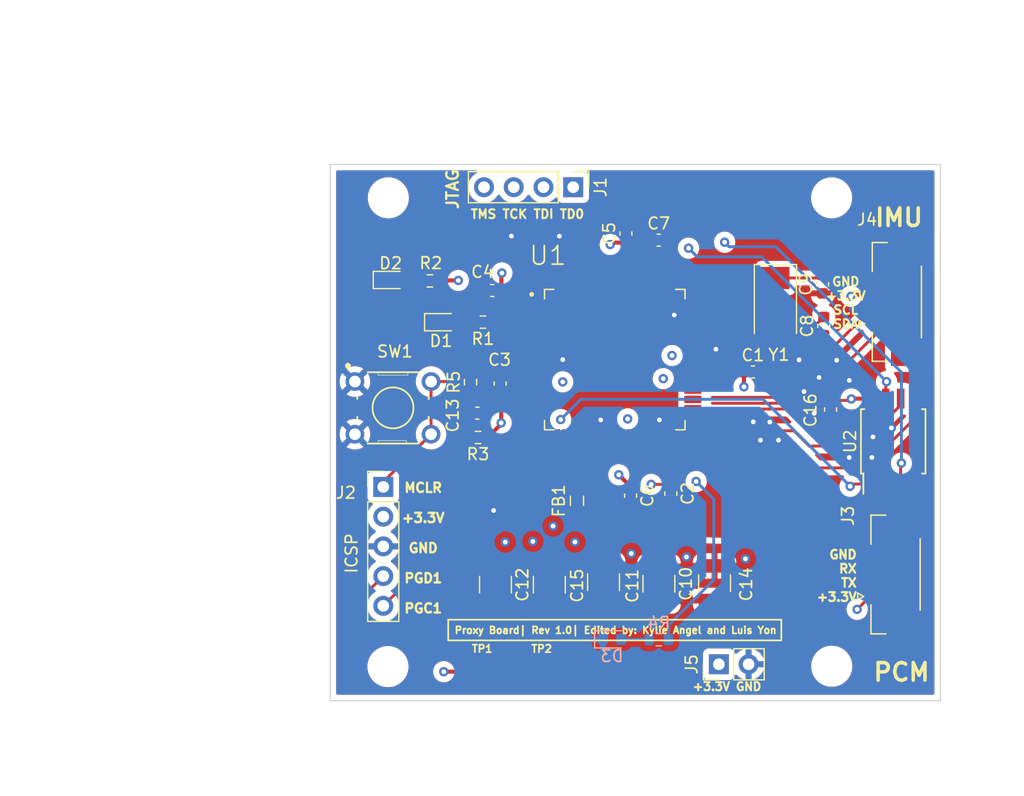
<source format=kicad_pcb>
(kicad_pcb (version 20211014) (generator pcbnew)
  (layers (0 "F.Cu" signal) (1 "In1.Cu" signal) (2 "In2.Cu" signal) (31 "B.Cu" signal) (34 "B.Paste" user) (35 "F.Paste" user) (36 "B.SilkS" user "B.Silkscreen") (37 "F.SilkS" user "F.Silkscreen") (38 "B.Mask" user) (39 "F.Mask" user) (44 "Edge.Cuts" user))
  (net 0 "")
  (net 1 "+3V3")
  (net 2 "GND")
  (net 3 "/PIC24/OSC1")
  (net 4 "/PIC24/OSC2")
  (net 5 "Net-(C7-Pad1)")
  (net 6 "Net-(D1-Pad2)")
  (net 7 "Net-(D2-Pad2)")
  (net 8 "+3.3VA")
  (net 9 "/PIC24/TCK")
  (net 10 "/PIC24/TDI")
  (net 11 "/PIC24/TMS")
  (net 12 "/PIC24/MCLR")
  (net 13 "/PIC24/RC1")
  (net 14 "MEM_CS")
  (net 15 "MEM_SDO")
  (net 16 "MEM_SDI")
  (net 17 "MEM_SCK")
  (net 34 "/PIC24/PGD1")
  (net 35 "/PIC24/PGC1")
  (net 53 "/PIC24/TX_Main")
  (net 54 "IMU_BT_SDA")
  (net 55 "IMU_BT_SCL")
  (net 74 "Net-(C13-Pad1)")
  (net 86 "RD1")
  (net 88 "/PIC24/RX_Main")
  (net 89 "Net-(D3-Pad2)")
  (net 90 "/PIC24/RF5")
  (net 91 "RD2")
  (net 94 "/PIC24/TD0")
  (net 95 "/PIC24/+3.3V")
  (footprint "Capacitor_SMD:C_0603_1608Metric" (layer "F.Cu") (at 134.99 82.69 90)
    (fp_text reference "C3" (at 2.03 -0.05 180) (layer "F.SilkS"))
    (fp_text value "100nF")
    (pad "1" smd roundrect (at -0.775 0 90) (size 0.9 0.95) (layers "F.Cu" "F.Paste" "F.Mask") (net 1 "+3V3"))
    (pad "2" smd roundrect (at 0.775 0 90) (size 0.9 0.95) (layers "F.Cu" "F.Paste" "F.Mask") (net 2 "GND"))
  )
  (footprint "Connector_PinHeader_2.54mm:PinHeader_1x02_P2.54mm_Vertical" (layer "F.Cu") (at 153.67 106.68 90)
    (fp_text reference "J5" (at 0 -2.33 90) (layer "F.SilkS"))
    (fp_text value "Conn_01x02")
    (pad "1" thru_hole rect (at 0 0 90) (size 1.7 1.7) (drill 1) (layers *.Cu *.Mask) (net 95 "/PIC24/+3.3V"))
    (pad "2" thru_hole oval (at 0 2.54 90) (size 1.7 1.7) (drill 1) (layers *.Cu *.Mask) (net 2 "GND"))
  )
  (footprint "MountingHole:MountingHole_2.5mm" (layer "F.Cu") (at 163.3 66.82)
    (fp_text reference "REF**")
    (fp_text value "MountingHole_2.5mm")
    (pad "" np_thru_hole circle (at 0 0) (size 2.5 2.5) (drill 2.5) (layers *.Cu *.Mask))
  )
  (footprint "Capacitor_SMD:C_0603_1608Metric" (layer "F.Cu") (at 146.13 92.27 -90)
    (fp_text reference "C6" (at 0 -1.43 90) (layer "F.SilkS"))
    (fp_text value "100nF")
    (pad "1" smd roundrect (at -0.775 0 270) (size 0.9 0.95) (layers "F.Cu" "F.Paste" "F.Mask") (net 1 "+3V3"))
    (pad "2" smd roundrect (at 0.775 0 270) (size 0.9 0.95) (layers "F.Cu" "F.Paste" "F.Mask") (net 2 "GND"))
  )
  (footprint "Capacitor_SMD:C_0603_1608Metric" (layer "F.Cu") (at 148.53 70.44)
    (fp_text reference "C7" (at 0 -1.43) (layer "F.SilkS"))
    (fp_text value "10uF")
    (pad "1" smd roundrect (at -0.775 0) (size 0.9 0.95) (layers "F.Cu" "F.Paste" "F.Mask") (net 5 "Net-(C7-Pad1)"))
    (pad "2" smd roundrect (at 0.775 0) (size 0.9 0.95) (layers "F.Cu" "F.Paste" "F.Mask") (net 2 "GND"))
  )
  (footprint "Crystal:Crystal_SMD_Abracon_ABM3-2Pin_5.0x3.2mm" (layer "F.Cu") (at 158.5 75.72 -90)
    (fp_text reference "Y1" (at 4.51 -0.3) (layer "F.SilkS"))
    (fp_text value "8MHz")
    (pad "1" smd rect (at -2.05 0 270) (size 1.9 2.4) (layers "F.Cu" "F.Paste" "F.Mask") (net 4 "/PIC24/OSC2"))
    (pad "2" smd rect (at 2.05 0 270) (size 1.9 2.4) (layers "F.Cu" "F.Paste" "F.Mask") (net 3 "/PIC24/OSC1"))
  )
  (footprint "Capacitor_SMD:C_0603_1608Metric" (layer "F.Cu") (at 133.04 85.22)
    (fp_text reference "C13" (at -2.1 0.2 90) (layer "F.SilkS"))
    (fp_text value "100nF")
    (pad "1" smd roundrect (at -0.775 0) (size 0.9 0.95) (layers "F.Cu" "F.Paste" "F.Mask") (net 74 "Net-(C13-Pad1)"))
    (pad "2" smd roundrect (at 0.775 0) (size 0.9 0.95) (layers "F.Cu" "F.Paste" "F.Mask") (net 2 "GND"))
  )
  (footprint "Capacitor_SMD:C_0603_1608Metric" (layer "F.Cu") (at 134.32 74.74 180)
    (fp_text reference "C4" (at 0.83 1.59) (layer "F.SilkS"))
    (fp_text value "100nF")
    (pad "1" smd roundrect (at -0.775 0 180) (size 0.9 0.95) (layers "F.Cu" "F.Paste" "F.Mask") (net 1 "+3V3"))
    (pad "2" smd roundrect (at 0.775 0 180) (size 0.9 0.95) (layers "F.Cu" "F.Paste" "F.Mask") (net 2 "GND"))
  )
  (footprint "Diode_SMD:D_0603_1608Metric" (layer "F.Cu") (at 130.0225 77.45)
    (fp_text reference "D1" (at -0.0825 1.6) (layer "F.SilkS"))
    (fp_text value "USB0_LED")
    (pad "1" smd roundrect (at -0.7875 0) (size 0.875 0.95) (layers "F.Cu" "F.Paste" "F.Mask") (net 2 "GND"))
    (pad "2" smd roundrect (at 0.7875 0) (size 0.875 0.95) (layers "F.Cu" "F.Paste" "F.Mask") (net 6 "Net-(D1-Pad2)"))
  )
  (footprint "Resistor_SMD:R_0603_1608Metric" (layer "F.Cu") (at 133.52 77.44 180)
    (fp_text reference "R1" (at 0 -1.43) (layer "F.SilkS"))
    (fp_text value "10k")
    (pad "1" smd roundrect (at -0.825 0 180) (size 0.8 0.95) (layers "F.Cu" "F.Paste" "F.Mask") (net 13 "/PIC24/RC1"))
    (pad "2" smd roundrect (at 0.825 0 180) (size 0.8 0.95) (layers "F.Cu" "F.Paste" "F.Mask") (net 6 "Net-(D1-Pad2)"))
  )
  (footprint "Capacitor_SMD:C_1210_3225Metric" (layer "F.Cu") (at 134.59 99.88 -90)
    (fp_text reference "C12" (at 0 -2.3 -270) (layer "F.SilkS"))
    (fp_text value "220uF")
    (pad "1" smd roundrect (at -1.475 0 270) (size 1.15 2.7) (layers "F.Cu" "F.Paste" "F.Mask") (roundrect_rratio 0.217391) (net 1 "+3V3"))
    (pad "2" smd roundrect (at 1.475 0 270) (size 1.15 2.7) (layers "F.Cu" "F.Paste" "F.Mask") (roundrect_rratio 0.217391) (net 2 "GND"))
  )
  (footprint "Capacitor_SMD:C_1210_3225Metric" (layer "F.Cu") (at 148.55 99.8 -90)
    (fp_text reference "C10" (at 0 -2.3 -270) (layer "F.SilkS"))
    (fp_text value "220uF")
    (pad "1" smd roundrect (at -1.475 0 270) (size 1.15 2.7) (layers "F.Cu" "F.Paste" "F.Mask") (roundrect_rratio 0.217391) (net 1 "+3V3"))
    (pad "2" smd roundrect (at 1.475 0 270) (size 1.15 2.7) (layers "F.Cu" "F.Paste" "F.Mask") (roundrect_rratio 0.217391) (net 2 "GND"))
  )
  (footprint "Capacitor_SMD:C_1210_3225Metric" (layer "F.Cu") (at 143.82 99.66 -90)
    (fp_text reference "C11" (at 0.32 -2.46 90) (layer "F.SilkS"))
    (fp_text value "220uF")
    (pad "1" smd roundrect (at -1.475 0 270) (size 1.15 2.7) (layers "F.Cu" "F.Paste" "F.Mask") (roundrect_rratio 0.217391) (net 1 "+3V3"))
    (pad "2" smd roundrect (at 1.475 0 270) (size 1.15 2.7) (layers "F.Cu" "F.Paste" "F.Mask") (roundrect_rratio 0.217391) (net 2 "GND"))
  )
  (footprint "B3F-1000:SW_B3F-1000" (layer "F.Cu") (at 125.84 84.77)
    (fp_text reference "SW1" (at 0.16 -4.818045) (layer "F.SilkS") (effects (font (size 1.000008 1.000008))))
    (fp_text value "SW_Push_Dual")
    (pad "1" thru_hole circle (at -3.25 -2.25) (size 1.6 1.6) (drill 1) (layers *.Cu *.Mask) (net 2 "GND"))
    (pad "2" thru_hole circle (at 3.25 -2.25) (size 1.6 1.6) (drill 1) (layers *.Cu *.Mask) (net 12 "/PIC24/MCLR"))
    (pad "3" thru_hole circle (at -3.25 2.25) (size 1.6 1.6) (drill 1) (layers *.Cu *.Mask) (net 2 "GND"))
    (pad "4" thru_hole circle (at 3.25 2.25) (size 1.6 1.6) (drill 1) (layers *.Cu *.Mask) (net 12 "/PIC24/MCLR"))
  )
  (footprint "Capacitor_SMD:C_0603_1608Metric" (layer "F.Cu") (at 162.53 74.21 90)
    (fp_text reference "C9" (at 0 -1.43 90) (layer "F.SilkS"))
    (fp_text value "18pF")
    (pad "1" smd roundrect (at -0.775 0 90) (size 0.9 0.95) (layers "F.Cu" "F.Paste" "F.Mask") (net 2 "GND"))
    (pad "2" smd roundrect (at 0.775 0 90) (size 0.9 0.95) (layers "F.Cu" "F.Paste" "F.Mask") (net 4 "/PIC24/OSC2"))
  )
  (footprint "Resistor_SMD:R_0603_1608Metric" (layer "F.Cu") (at 128.99 73.92 180)
    (fp_text reference "R2" (at -0.08 1.52) (layer "F.SilkS"))
    (fp_text value "10k")
    (pad "1" smd roundrect (at -0.825 0 180) (size 0.8 0.95) (layers "F.Cu" "F.Paste" "F.Mask") (net 1 "+3V3"))
    (pad "2" smd roundrect (at 0.825 0 180) (size 0.8 0.95) (layers "F.Cu" "F.Paste" "F.Mask") (net 7 "Net-(D2-Pad2)"))
  )
  (footprint "Capacitor_SMD:C_0603_1608Metric" (layer "F.Cu") (at 149.57 92.09 -90)
    (fp_text reference "C2" (at 0 -1.43 90) (layer "F.SilkS"))
    (fp_text value "100nF")
    (pad "1" smd roundrect (at -0.775 0 270) (size 0.9 0.95) (layers "F.Cu" "F.Paste" "F.Mask") (net 1 "+3V3"))
    (pad "2" smd roundrect (at 0.775 0 270) (size 0.9 0.95) (layers "F.Cu" "F.Paste" "F.Mask") (net 2 "GND"))
  )
  (footprint "MountingHole:MountingHole_2.5mm" (layer "F.Cu") (at 125.41 106.88)
    (fp_text reference "REF**")
    (fp_text value "MountingHole_2.5mm")
    (pad "" np_thru_hole circle (at 0 0) (size 2.5 2.5) (drill 2.5) (layers *.Cu *.Mask))
  )
  (footprint "Capacitor_SMD:C_0603_1608Metric" (layer "F.Cu") (at 163.21 84.91 -90)
    (fp_text reference "C16" (at 0.06 1.72 90) (layer "F.SilkS"))
    (fp_text value "100nF")
    (pad "1" smd roundrect (at -0.775 0 270) (size 0.9 0.95) (layers "F.Cu" "F.Paste" "F.Mask") (net 1 "+3V3"))
    (pad "2" smd roundrect (at 0.775 0 270) (size 0.9 0.95) (layers "F.Cu" "F.Paste" "F.Mask") (net 2 "GND"))
  )
  (footprint "PicoBladeLib:MOLEX_533980471" (layer "F.Cu") (at 168.76 99.01 -90)
    (fp_text reference "J3" (at -5.02 4.07 90) (layer "F.SilkS"))
    (fp_text value "Conn_01x04")
    (pad "1" smd rect locked (at 1.875 1.75 270) (size 0.8 1.3) (layers "F.Cu" "F.Paste") (net 1 "+3V3"))
    (pad "2" smd rect locked (at 0.625 1.75 270) (size 0.8 1.3) (layers "F.Cu" "F.Paste") (net 53 "/PIC24/TX_Main"))
    (pad "3" smd rect locked (at -0.625 1.75 270) (size 0.8 1.3) (layers "F.Cu" "F.Paste") (net 88 "/PIC24/RX_Main"))
    (pad "4" smd rect locked (at -1.875 1.75 270) (size 0.8 1.3) (layers "F.Cu" "F.Paste") (net 2 "GND"))
    (pad "S1" smd rect locked (at -4.425 -1 270) (size 2.1 3) (layers "F.Cu" "F.Paste"))
    (pad "S2" smd rect locked (at 4.425 -1 270) (size 2.1 3) (layers "F.Cu" "F.Paste"))
  )
  (footprint "Connector_PinHeader_2.54mm:PinHeader_1x05_P2.54mm_Vertical" (layer "F.Cu") (at 125.01 91.525)
    (fp_text reference "J2" (at -3.19 0.495) (layer "F.SilkS"))
    (fp_text value "Conn_01x05")
    (pad "1" thru_hole rect (at 0 0) (size 1.7 1.7) (drill 1) (layers *.Cu *.Mask) (net 12 "/PIC24/MCLR"))
    (pad "2" thru_hole oval (at 0 2.54) (size 1.7 1.7) (drill 1) (layers *.Cu *.Mask) (net 1 "+3V3"))
    (pad "3" thru_hole oval (at 0 5.08) (size 1.7 1.7) (drill 1) (layers *.Cu *.Mask) (net 2 "GND"))
    (pad "4" thru_hole oval (at 0 7.62) (size 1.7 1.7) (drill 1) (layers *.Cu *.Mask) (net 34 "/PIC24/PGD1"))
    (pad "5" thru_hole oval (at 0 10.16) (size 1.7 1.7) (drill 1) (layers *.Cu *.Mask) (net 35 "/PIC24/PGC1"))
  )
  (footprint "Capacitor_SMD:C_0603_1608Metric" (layer "F.Cu") (at 156.58 81.7)
    (fp_text reference "C1" (at 0 -1.43) (layer "F.SilkS"))
    (fp_text value "100nF")
    (pad "1" smd roundrect (at -0.775 0) (size 0.9 0.95) (layers "F.Cu" "F.Paste" "F.Mask") (net 1 "+3V3"))
    (pad "2" smd roundrect (at 0.775 0) (size 0.9 0.95) (layers "F.Cu" "F.Paste" "F.Mask") (net 2 "GND"))
  )
  (footprint "Capacitor_SMD:C_0603_1608Metric" (layer "F.Cu") (at 145.73 69.87 90)
    (fp_text reference "C5" (at 0 -1.43 90) (layer "F.SilkS"))
    (fp_text value "100nF")
    (pad "1" smd roundrect (at -0.775 0 90) (size 0.9 0.95) (layers "F.Cu" "F.Paste" "F.Mask") (net 1 "+3V3"))
    (pad "2" smd roundrect (at 0.775 0 90) (size 0.9 0.95) (layers "F.Cu" "F.Paste" "F.Mask") (net 2 "GND"))
  )
  (footprint "Connector_PinHeader_2.54mm:PinHeader_1x04_P2.54mm_Vertical" (layer "F.Cu") (at 141.23 65.91 -90)
    (fp_text reference "J1" (at 0 -2.33 90) (layer "F.SilkS"))
    (fp_text value "Conn_01x04")
    (pad "1" thru_hole rect (at 0 0 270) (size 1.7 1.7) (drill 1) (layers *.Cu *.Mask) (net 9 "/PIC24/TCK"))
    (pad "2" thru_hole oval (at 0 2.54 270) (size 1.7 1.7) (drill 1) (layers *.Cu *.Mask) (net 10 "/PIC24/TDI"))
    (pad "3" thru_hole oval (at 0 5.08 270) (size 1.7 1.7) (drill 1) (layers *.Cu *.Mask) (net 94 "/PIC24/TD0"))
    (pad "4" thru_hole oval (at 0 7.62 270) (size 1.7 1.7) (drill 1) (layers *.Cu *.Mask) (net 11 "/PIC24/TMS"))
  )
  (footprint "MountingHole:MountingHole_2.5mm" (layer "F.Cu") (at 163.31 106.85)
    (fp_text reference "REF**")
    (fp_text value "MountingHole_2.5mm")
    (pad "" np_thru_hole circle (at 0 0) (size 2.5 2.5) (drill 2.5) (layers *.Cu *.Mask))
  )
  (footprint "Capacitor_SMD:C_1210_3225Metric" (layer "F.Cu") (at 153.3 99.75 -90)
    (fp_text reference "C14" (at 0.1 -2.7 90) (layer "F.SilkS"))
    (fp_text value "220uF")
    (pad "1" smd roundrect (at -1.475 0 270) (size 1.15 2.7) (layers "F.Cu" "F.Paste" "F.Mask") (roundrect_rratio 0.217391) (net 1 "+3V3"))
    (pad "2" smd roundrect (at 1.475 0 270) (size 1.15 2.7) (layers "F.Cu" "F.Paste" "F.Mask") (roundrect_rratio 0.217391) (net 2 "GND"))
  )
  (footprint "PicoBladeLib:MOLEX_533980471" (layer "F.Cu") (at 168.87 75.715 -90)
    (fp_text reference "J4" (at -7.035 2.55 180) (layer "F.SilkS"))
    (fp_text value "Conn_01x04")
    (pad "1" smd rect locked (at 1.875 1.75 270) (size 0.8 1.3) (layers "F.Cu" "F.Paste") (net 54 "IMU_BT_SDA"))
    (pad "2" smd rect locked (at 0.625 1.75 270) (size 0.8 1.3) (layers "F.Cu" "F.Paste") (net 55 "IMU_BT_SCL"))
    (pad "3" smd rect locked (at -0.625 1.75 270) (size 0.8 1.3) (layers "F.Cu" "F.Paste") (net 1 "+3V3"))
    (pad "4" smd rect locked (at -1.875 1.75 270) (size 0.8 1.3) (layers "F.Cu" "F.Paste") (net 2 "GND"))
    (pad "S1" smd rect locked (at -4.425 -1 270) (size 2.1 3) (layers "F.Cu" "F.Paste"))
    (pad "S2" smd rect locked (at 4.425 -1 270) (size 2.1 3) (layers "F.Cu" "F.Paste"))
  )
  (footprint "Capacitor_SMD:C_0603_1608Metric" (layer "F.Cu") (at 162.63 77.77 90)
    (fp_text reference "C8" (at 0 -1.43 90) (layer "F.SilkS"))
    (fp_text value "18pF")
    (pad "1" smd roundrect (at -0.775 0 90) (size 0.9 0.95) (layers "F.Cu" "F.Paste" "F.Mask") (net 2 "GND"))
    (pad "2" smd roundrect (at 0.775 0 90) (size 0.9 0.95) (layers "F.Cu" "F.Paste" "F.Mask") (net 3 "/PIC24/OSC1"))
  )
  (footprint "5017_Testpoints:TESTPOINT_5017" (layer "F.Cu") (at 138.43 107.315)
    (fp_text reference "TP2" (at 0.10476 -1.95657) (layer "F.SilkS") (effects (font (size 0.64 0.64))))
    (fp_text value "TestPoint_Flag")
    (pad "1" smd rect locked (at 0 0) (size 3.43 1.78) (layers "F.Cu" "F.Paste" "F.Mask") (net 2 "GND"))
  )
  (footprint "Resistor_SMD:R_0603_1608Metric" (layer "F.Cu") (at 132.46 82.57 90)
    (fp_text reference "R5" (at 0 -1.43 90) (layer "F.SilkS"))
    (fp_text value "470")
    (pad "1" smd roundrect (at -0.825 0 90) (size 0.8 0.95) (layers "F.Cu" "F.Paste" "F.Mask") (net 74 "Net-(C13-Pad1)"))
    (pad "2" smd roundrect (at 0.825 0 90) (size 0.8 0.95) (layers "F.Cu" "F.Paste" "F.Mask") (net 12 "/PIC24/MCLR"))
  )
  (footprint "MountingHole:MountingHole_2.5mm" (layer "F.Cu") (at 125.44 66.82)
    (fp_text reference "REF**")
    (fp_text value "MountingHole_2.5mm")
    (pad "" np_thru_hole circle (at 0 0) (size 2.5 2.5) (drill 2.5) (layers *.Cu *.Mask))
  )
  (footprint "5017_Testpoints:TESTPOINT_5017" (layer "F.Cu") (at 133.35 107.315)
    (fp_text reference "TP1" (at 0.10476 -1.95657) (layer "F.SilkS") (effects (font (size 0.64 0.64))))
    (fp_text value "TestPoint_Flag")
    (pad "1" smd rect locked (at 0 0) (size 3.43 1.78) (layers "F.Cu" "F.Paste" "F.Mask") (net 1 "+3V3"))
  )
  (footprint "Inductor_SMD:L_0805_2012Metric" (layer "F.Cu") (at 141.55 92.71 90)
    (fp_text reference "FB1" (at 0 -1.55 90) (layer "F.SilkS"))
    (fp_text value "Ferrite_Bead_Small")
    (pad "1" smd roundrect (at -1.0625 0 90) (size 0.875 1.2) (layers "F.Cu" "F.Paste" "F.Mask") (net 1 "+3V3"))
    (pad "2" smd roundrect (at 1.0625 0 90) (size 0.875 1.2) (layers "F.Cu" "F.Paste" "F.Mask") (net 8 "+3.3VA"))
  )
  (footprint "PIC24FJ128GA010-I_PT:QFP40P1400X1400X120-100N" (layer "F.Cu") (at 144.78 80.645)
    (fp_text reference "U1" (at -5.715 -8.89) (layer "F.SilkS") (effects (font (size 1.592945 1.592945))))
    (fp_text value "PIC24FJ128GA010")
    (pad "1" smd roundrect locked (at -6.67 -4.8 90) (size 0.24 1.47) (layers "F.Cu" "F.Paste" "F.Mask") (roundrect_rratio 0.29))
    (pad "2" smd roundrect locked (at -6.67 -4.4 90) (size 0.24 1.47) (layers "F.Cu" "F.Paste" "F.Mask") (roundrect_rratio 0.29) (net 1 "+3V3"))
    (pad "3" smd roundrect locked (at -6.67 -4 90) (size 0.24 1.47) (layers "F.Cu" "F.Paste" "F.Mask") (roundrect_rratio 0.29))
    (pad "4" smd roundrect locked (at -6.67 -3.6 90) (size 0.24 1.47) (layers "F.Cu" "F.Paste" "F.Mask") (roundrect_rratio 0.29))
    (pad "5" smd roundrect locked (at -6.67 -3.2 90) (size 0.24 1.47) (layers "F.Cu" "F.Paste" "F.Mask") (roundrect_rratio 0.29))
    (pad "6" smd roundrect locked (at -6.67 -2.8 90) (size 0.24 1.47) (layers "F.Cu" "F.Paste" "F.Mask") (roundrect_rratio 0.29) (net 13 "/PIC24/RC1"))
    (pad "7" smd roundrect locked (at -6.67 -2.4 90) (size 0.24 1.47) (layers "F.Cu" "F.Paste" "F.Mask") (roundrect_rratio 0.29))
    (pad "8" smd roundrect locked (at -6.67 -2 90) (size 0.24 1.47) (layers "F.Cu" "F.Paste" "F.Mask") (roundrect_rratio 0.29))
    (pad "9" smd roundrect locked (at -6.67 -1.6 90) (size 0.24 1.47) (layers "F.Cu" "F.Paste" "F.Mask") (roundrect_rratio 0.29))
    (pad "10" smd roundrect locked (at -6.67 -1.2 90) (size 0.24 1.47) (layers "F.Cu" "F.Paste" "F.Mask") (roundrect_rratio 0.29))
    (pad "11" smd roundrect locked (at -6.67 -0.8 90) (size 0.24 1.47) (layers "F.Cu" "F.Paste" "F.Mask") (roundrect_rratio 0.29))
    (pad "12" smd roundrect locked (at -6.67 -0.4 90) (size 0.24 1.47) (layers "F.Cu" "F.Paste" "F.Mask") (roundrect_rratio 0.29))
    (pad "13" smd roundrect locked (at -6.67 0 90) (size 0.24 1.47) (layers "F.Cu" "F.Paste" "F.Mask") (roundrect_rratio 0.29) (net 12 "/PIC24/MCLR"))
    (pad "14" smd roundrect locked (at -6.67 0.4 90) (size 0.24 1.47) (layers "F.Cu" "F.Paste" "F.Mask") (roundrect_rratio 0.29))
    (pad "15" smd roundrect locked (at -6.67 0.8 90) (size 0.24 1.47) (layers "F.Cu" "F.Paste" "F.Mask") (roundrect_rratio 0.29) (net 2 "GND"))
    (pad "16" smd roundrect locked (at -6.67 1.2 90) (size 0.24 1.47) (layers "F.Cu" "F.Paste" "F.Mask") (roundrect_rratio 0.29) (net 1 "+3V3"))
    (pad "17" smd roundrect locked (at -6.67 1.6 90) (size 0.24 1.47) (layers "F.Cu" "F.Paste" "F.Mask") (roundrect_rratio 0.29) (net 11 "/PIC24/TMS"))
    (pad "18" smd roundrect locked (at -6.67 2 90) (size 0.24 1.47) (layers "F.Cu" "F.Paste" "F.Mask") (roundrect_rratio 0.29))
    (pad "19" smd roundrect locked (at -6.67 2.4 90) (size 0.24 1.47) (layers "F.Cu" "F.Paste" "F.Mask") (roundrect_rratio 0.29))
    (pad "20" smd roundrect locked (at -6.67 2.8 90) (size 0.24 1.47) (layers "F.Cu" "F.Paste" "F.Mask") (roundrect_rratio 0.29))
    (pad "21" smd roundrect locked (at -6.67 3.2 90) (size 0.24 1.47) (layers "F.Cu" "F.Paste" "F.Mask") (roundrect_rratio 0.29))
    (pad "22" smd roundrect locked (at -6.67 3.6 90) (size 0.24 1.47) (layers "F.Cu" "F.Paste" "F.Mask") (roundrect_rratio 0.29))
    (pad "23" smd roundrect locked (at -6.67 4 90) (size 0.24 1.47) (layers "F.Cu" "F.Paste" "F.Mask") (roundrect_rratio 0.29) (net 14 "MEM_CS"))
    (pad "24" smd roundrect locked (at -6.67 4.4 90) (size 0.24 1.47) (layers "F.Cu" "F.Paste" "F.Mask") (roundrect_rratio 0.29) (net 35 "/PIC24/PGC1"))
    (pad "25" smd roundrect locked (at -6.67 4.8 90) (size 0.24 1.47) (layers "F.Cu" "F.Paste" "F.Mask") (roundrect_rratio 0.29) (net 34 "/PIC24/PGD1"))
    (pad "26" smd roundrect locked (at -4.8 6.67 180) (size 0.24 1.47) (layers "F.Cu" "F.Paste" "F.Mask") (roundrect_rratio 0.29))
    (pad "27" smd roundrect locked (at -4.4 6.67 180) (size 0.24 1.47) (layers "F.Cu" "F.Paste" "F.Mask") (roundrect_rratio 0.29))
    (pad "28" smd roundrect locked (at -4 6.67 180) (size 0.24 1.47) (layers "F.Cu" "F.Paste" "F.Mask") (roundrect_rratio 0.29))
    (pad "29" smd roundrect locked (at -3.6 6.67 180) (size 0.24 1.47) (layers "F.Cu" "F.Paste" "F.Mask") (roundrect_rratio 0.29))
    (pad "30" smd roundrect locked (at -3.2 6.67 180) (size 0.24 1.47) (layers "F.Cu" "F.Paste" "F.Mask") (roundrect_rratio 0.29) (net 8 "+3.3VA"))
    (pad "31" smd roundrect locked (at -2.8 6.67 180) (size 0.24 1.47) (layers "F.Cu" "F.Paste" "F.Mask") (roundrect_rratio 0.29) (net 2 "GND"))
    (pad "32" smd roundrect locked (at -2.4 6.67 180) (size 0.24 1.47) (layers "F.Cu" "F.Paste" "F.Mask") (roundrect_rratio 0.29))
    (pad "33" smd roundrect locked (at -2 6.67 180) (size 0.24 1.47) (layers "F.Cu" "F.Paste" "F.Mask") (roundrect_rratio 0.29))
    (pad "34" smd roundrect locked (at -1.6 6.67 180) (size 0.24 1.47) (layers "F.Cu" "F.Paste" "F.Mask") (roundrect_rratio 0.29))
    (pad "35" smd roundrect locked (at -1.2 6.67 180) (size 0.24 1.47) (layers "F.Cu" "F.Paste" "F.Mask") (roundrect_rratio 0.29))
    (pad "36" smd roundrect locked (at -0.8 6.67 180) (size 0.24 1.47) (layers "F.Cu" "F.Paste" "F.Mask") (roundrect_rratio 0.29) (net 2 "GND"))
    (pad "37" smd roundrect locked (at -0.4 6.67 180) (size 0.24 1.47) (layers "F.Cu" "F.Paste" "F.Mask") (roundrect_rratio 0.29) (net 1 "+3V3"))
    (pad "38" smd roundrect locked (at 0 6.67 180) (size 0.24 1.47) (layers "F.Cu" "F.Paste" "F.Mask") (roundrect_rratio 0.29) (net 9 "/PIC24/TCK"))
    (pad "39" smd roundrect locked (at 0.4 6.67 180) (size 0.24 1.47) (layers "F.Cu" "F.Paste" "F.Mask") (roundrect_rratio 0.29))
    (pad "40" smd roundrect locked (at 0.8 6.67 180) (size 0.24 1.47) (layers "F.Cu" "F.Paste" "F.Mask") (roundrect_rratio 0.29))
    (pad "41" smd roundrect locked (at 1.2 6.67 180) (size 0.24 1.47) (layers "F.Cu" "F.Paste" "F.Mask") (roundrect_rratio 0.29))
    (pad "42" smd roundrect locked (at 1.6 6.67 180) (size 0.24 1.47) (layers "F.Cu" "F.Paste" "F.Mask") (roundrect_rratio 0.29))
    (pad "43" smd roundrect locked (at 2 6.67 180) (size 0.24 1.47) (layers "F.Cu" "F.Paste" "F.Mask") (roundrect_rratio 0.29))
    (pad "44" smd roundrect locked (at 2.4 6.67 180) (size 0.24 1.47) (layers "F.Cu" "F.Paste" "F.Mask") (roundrect_rratio 0.29))
    (pad "45" smd roundrect locked (at 2.8 6.67 180) (size 0.24 1.47) (layers "F.Cu" "F.Paste" "F.Mask") (roundrect_rratio 0.29) (net 2 "GND"))
    (pad "46" smd roundrect locked (at 3.2 6.67 180) (size 0.24 1.47) (layers "F.Cu" "F.Paste" "F.Mask") (roundrect_rratio 0.29) (net 1 "+3V3"))
    (pad "47" smd roundrect locked (at 3.6 6.67 180) (size 0.24 1.47) (layers "F.Cu" "F.Paste" "F.Mask") (roundrect_rratio 0.29))
    (pad "48" smd roundrect locked (at 4 6.67 180) (size 0.24 1.47) (layers "F.Cu" "F.Paste" "F.Mask") (roundrect_rratio 0.29))
    (pad "49" smd roundrect locked (at 4.4 6.67 180) (size 0.24 1.47) (layers "F.Cu" "F.Paste" "F.Mask") (roundrect_rratio 0.29))
    (pad "50" smd roundrect locked (at 4.8 6.67 180) (size 0.24 1.47) (layers "F.Cu" "F.Paste" "F.Mask") (roundrect_rratio 0.29) (net 90 "/PIC24/RF5"))
    (pad "51" smd roundrect locked (at 6.67 4.8 270) (size 0.24 1.47) (layers "F.Cu" "F.Paste" "F.Mask") (roundrect_rratio 0.29) (net 53 "/PIC24/TX_Main"))
    (pad "52" smd roundrect locked (at 6.67 4.4 270) (size 0.24 1.47) (layers "F.Cu" "F.Paste" "F.Mask") (roundrect_rratio 0.29) (net 88 "/PIC24/RX_Main"))
    (pad "53" smd roundrect locked (at 6.67 4 270) (size 0.24 1.47) (layers "F.Cu" "F.Paste" "F.Mask") (roundrect_rratio 0.29) (net 15 "MEM_SDO"))
    (pad "54" smd roundrect locked (at 6.67 3.6 270) (size 0.24 1.47) (layers "F.Cu" "F.Paste" "F.Mask") (roundrect_rratio 0.29) (net 16 "MEM_SDI"))
    (pad "55" smd roundrect locked (at 6.67 3.2 270) (size 0.24 1.47) (layers "F.Cu" "F.Paste" "F.Mask") (roundrect_rratio 0.29) (net 17 "MEM_SCK"))
    (pad "56" smd roundrect locked (at 6.67 2.8 270) (size 0.24 1.47) (layers "F.Cu" "F.Paste" "F.Mask") (roundrect_rratio 0.29) (net 54 "IMU_BT_SDA"))
    (pad "57" smd roundrect locked (at 6.67 2.4 270) (size 0.24 1.47) (layers "F.Cu" "F.Paste" "F.Mask") (roundrect_rratio 0.29) (net 55 "IMU_BT_SCL"))
    (pad "58" smd roundrect locked (at 6.67 2 270) (size 0.24 1.47) (layers "F.Cu" "F.Paste" "F.Mask") (roundrect_rratio 0.29))
    (pad "59" smd roundrect locked (at 6.67 1.6 270) (size 0.24 1.47) (layers "F.Cu" "F.Paste" "F.Mask") (roundrect_rratio 0.29))
    (pad "60" smd roundrect locked (at 6.67 1.2 270) (size 0.24 1.47) (layers "F.Cu" "F.Paste" "F.Mask") (roundrect_rratio 0.29) (net 10 "/PIC24/TDI"))
    (pad "61" smd roundrect locked (at 6.67 0.8 270) (size 0.24 1.47) (layers "F.Cu" "F.Paste" "F.Mask") (roundrect_rratio 0.29) (net 94 "/PIC24/TD0"))
    (pad "62" smd roundrect locked (at 6.67 0.4 270) (size 0.24 1.47) (layers "F.Cu" "F.Paste" "F.Mask") (roundrect_rratio 0.29) (net 1 "+3V3"))
    (pad "63" smd roundrect locked (at 6.67 0 270) (size 0.24 1.47) (layers "F.Cu" "F.Paste" "F.Mask") (roundrect_rratio 0.29) (net 3 "/PIC24/OSC1"))
    (pad "64" smd roundrect locked (at 6.67 -0.4 270) (size 0.24 1.47) (layers "F.Cu" "F.Paste" "F.Mask") (roundrect_rratio 0.29) (net 4 "/PIC24/OSC2"))
    (pad "65" smd roundrect locked (at 6.67 -0.8 270) (size 0.24 1.47) (layers "F.Cu" "F.Paste" "F.Mask") (roundrect_rratio 0.29) (net 2 "GND"))
    (pad "66" smd roundrect locked (at 6.67 -1.2 270) (size 0.24 1.47) (layers "F.Cu" "F.Paste" "F.Mask") (roundrect_rratio 0.29))
    (pad "67" smd roundrect locked (at 6.67 -1.6 270) (size 0.24 1.47) (layers "F.Cu" "F.Paste" "F.Mask") (roundrect_rratio 0.29))
    (pad "68" smd roundrect locked (at 6.67 -2 270) (size 0.24 1.47) (layers "F.Cu" "F.Paste" "F.Mask") (roundrect_rratio 0.29))
    (pad "69" smd roundrect locked (at 6.67 -2.4 270) (size 0.24 1.47) (layers "F.Cu" "F.Paste" "F.Mask") (roundrect_rratio 0.29))
    (pad "70" smd roundrect locked (at 6.67 -2.8 270) (size 0.24 1.47) (layers "F.Cu" "F.Paste" "F.Mask") (roundrect_rratio 0.29))
    (pad "71" smd roundrect locked (at 6.67 -3.2 270) (size 0.24 1.47) (layers "F.Cu" "F.Paste" "F.Mask") (roundrect_rratio 0.29))
    (pad "72" smd roundrect locked (at 6.67 -3.6 270) (size 0.24 1.47) (layers "F.Cu" "F.Paste" "F.Mask") (roundrect_rratio 0.29))
    (pad "73" smd roundrect locked (at 6.67 -4 270) (size 0.24 1.47) (layers "F.Cu" "F.Paste" "F.Mask") (roundrect_rratio 0.29))
    (pad "74" smd roundrect locked (at 6.67 -4.4 270) (size 0.24 1.47) (layers "F.Cu" "F.Paste" "F.Mask") (roundrect_rratio 0.29))
    (pad "75" smd roundrect locked (at 6.67 -4.8 270) (size 0.24 1.47) (layers "F.Cu" "F.Paste" "F.Mask") (roundrect_rratio 0.29) (net 2 "GND"))
    (pad "76" smd roundrect locked (at 4.8 -6.67) (size 0.24 1.47) (layers "F.Cu" "F.Paste" "F.Mask") (roundrect_rratio 0.29) (net 86 "RD1"))
    (pad "77" smd roundrect locked (at 4.4 -6.67) (size 0.24 1.47) (layers "F.Cu" "F.Paste" "F.Mask") (roundrect_rratio 0.29) (net 91 "RD2"))
    (pad "78" smd roundrect locked (at 4 -6.67) (size 0.24 1.47) (layers "F.Cu" "F.Paste" "F.Mask") (roundrect_rratio 0.29))
    (pad "79" smd roundrect locked (at 3.6 -6.67) (size 0.24 1.47) (layers "F.Cu" "F.Paste" "F.Mask") (roundrect_rratio 0.29))
    (pad "80" smd roundrect locked (at 3.2 -6.67) (size 0.24 1.47) (layers "F.Cu" "F.Paste" "F.Mask") (roundrect_rratio 0.29))
    (pad "81" smd roundrect locked (at 2.8 -6.67) (size 0.24 1.47) (layers "F.Cu" "F.Paste" "F.Mask") (roundrect_rratio 0.29))
    (pad "82" smd roundrect locked (at 2.4 -6.67) (size 0.24 1.47) (layers "F.Cu" "F.Paste" "F.Mask") (roundrect_rratio 0.29))
    (pad "83" smd roundrect locked (at 2 -6.67) (size 0.24 1.47) (layers "F.Cu" "F.Paste" "F.Mask") (roundrect_rratio 0.29))
    (pad "84" smd roundrect locked (at 1.6 -6.67) (size 0.24 1.47) (layers "F.Cu" "F.Paste" "F.Mask") (roundrect_rratio 0.29))
    (pad "85" smd roundrect locked (at 1.2 -6.67) (size 0.24 1.47) (layers "F.Cu" "F.Paste" "F.Mask") (roundrect_rratio 0.29) (net 5 "Net-(C7-Pad1)"))
    (pad "86" smd roundrect locked (at 0.8 -6.67) (size 0.24 1.47) (layers "F.Cu" "F.Paste" "F.Mask") (roundrect_rratio 0.29) (net 1 "+3V3"))
    (pad "87" smd roundrect locked (at 0.4 -6.67) (size 0.24 1.47) (layers "F.Cu" "F.Paste" "F.Mask") (roundrect_rratio 0.29))
    (pad "88" smd roundrect locked (at 0 -6.67) (size 0.24 1.47) (layers "F.Cu" "F.Paste" "F.Mask") (roundrect_rratio 0.29))
    (pad "89" smd roundrect locked (at -0.4 -6.67) (size 0.24 1.47) (layers "F.Cu" "F.Paste" "F.Mask") (roundrect_rratio 0.29))
    (pad "90" smd roundrect locked (at -0.8 -6.67) (size 0.24 1.47) (layers "F.Cu" "F.Paste" "F.Mask") (roundrect_rratio 0.29))
    (pad "91" smd roundrect locked (at -1.2 -6.67) (size 0.24 1.47) (layers "F.Cu" "F.Paste" "F.Mask") (roundrect_rratio 0.29))
    (pad "92" smd roundrect locked (at -1.6 -6.67) (size 0.24 1.47) (layers "F.Cu" "F.Paste" "F.Mask") (roundrect_rratio 0.29))
    (pad "93" smd roundrect locked (at -2 -6.67) (size 0.24 1.47) (layers "F.Cu" "F.Paste" "F.Mask") (roundrect_rratio 0.29))
    (pad "94" smd roundrect locked (at -2.4 -6.67) (size 0.24 1.47) (layers "F.Cu" "F.Paste" "F.Mask") (roundrect_rratio 0.29))
    (pad "95" smd roundrect locked (at -2.8 -6.67) (size 0.24 1.47) (layers "F.Cu" "F.Paste" "F.Mask") (roundrect_rratio 0.29))
    (pad "96" smd roundrect locked (at -3.2 -6.67) (size 0.24 1.47) (layers "F.Cu" "F.Paste" "F.Mask") (roundrect_rratio 0.29))
    (pad "97" smd roundrect locked (at -3.6 -6.67) (size 0.24 1.47) (layers "F.Cu" "F.Paste" "F.Mask") (roundrect_rratio 0.29))
    (pad "98" smd roundrect locked (at -4 -6.67) (size 0.24 1.47) (layers "F.Cu" "F.Paste" "F.Mask") (roundrect_rratio 0.29))
    (pad "99" smd roundrect locked (at -4.4 -6.67) (size 0.24 1.47) (layers "F.Cu" "F.Paste" "F.Mask") (roundrect_rratio 0.29))
    (pad "100" smd roundrect locked (at -4.8 -6.67) (size 0.24 1.47) (layers "F.Cu" "F.Paste" "F.Mask") (roundrect_rratio 0.29))
  )
  (footprint "Package_SO:SOIC-8W_5.3x5.3mm_P1.27mm" (layer "F.Cu") (at 168.56 87.63 90)
    (fp_text reference "U2" (at 0 -3.68 90) (layer "F.SilkS"))
    (fp_text value "SST26VF040AT-104I/SN")
    (pad "1" smd rect (at -3.65 -1.905 90) (size 1.7 0.65) (layers "F.Cu" "F.Paste" "F.Mask") (net 14 "MEM_CS"))
    (pad "2" smd rect (at -3.65 -0.635 90) (size 1.7 0.65) (layers "F.Cu" "F.Paste" "F.Mask") (net 15 "MEM_SDO"))
    (pad "3" smd rect (at -3.65 0.635 90) (size 1.7 0.65) (layers "F.Cu" "F.Paste" "F.Mask") (net 86 "RD1"))
    (pad "4" smd rect (at -3.65 1.905 90) (size 1.7 0.65) (layers "F.Cu" "F.Paste" "F.Mask") (net 2 "GND"))
    (pad "5" smd rect (at 3.65 1.905 90) (size 1.7 0.65) (layers "F.Cu" "F.Paste" "F.Mask") (net 16 "MEM_SDI"))
    (pad "6" smd rect (at 3.65 0.635 90) (size 1.7 0.65) (layers "F.Cu" "F.Paste" "F.Mask") (net 17 "MEM_SCK"))
    (pad "7" smd rect (at 3.65 -0.635 90) (size 1.7 0.65) (layers "F.Cu" "F.Paste" "F.Mask") (net 91 "RD2"))
    (pad "8" smd rect (at 3.65 -1.905 90) (size 1.7 0.65) (layers "F.Cu" "F.Paste" "F.Mask") (net 1 "+3V3"))
  )
  (footprint "Diode_SMD:D_0603_1608Metric" (layer "F.Cu") (at 125.64 73.84)
    (fp_text reference "D2" (at 0 -1.43) (layer "F.SilkS"))
    (fp_text value "USB0_LED")
    (pad "1" smd roundrect (at -0.7875 0) (size 0.875 0.95) (layers "F.Cu" "F.Paste" "F.Mask") (net 2 "GND"))
    (pad "2" smd roundrect (at 0.7875 0) (size 0.875 0.95) (layers "F.Cu" "F.Paste" "F.Mask") (net 7 "Net-(D2-Pad2)"))
  )
  (footprint "Capacitor_SMD:C_1210_3225Metric" (layer "F.Cu") (at 139.19 99.88 -90)
    (fp_text reference "C15" (at 0.08 -2.37 -270) (layer "F.SilkS"))
    (fp_text value "220uF")
    (pad "1" smd roundrect (at -1.475 0 270) (size 1.15 2.7) (layers "F.Cu" "F.Paste" "F.Mask") (roundrect_rratio 0.217391) (net 1 "+3V3"))
    (pad "2" smd roundrect (at 1.475 0 270) (size 1.15 2.7) (layers "F.Cu" "F.Paste" "F.Mask") (roundrect_rratio 0.217391) (net 2 "GND"))
  )
  (footprint "Resistor_SMD:R_0603_1608Metric" (layer "F.Cu") (at 133.1 87.3 180)
    (fp_text reference "R3" (at 0 -1.43) (layer "F.SilkS"))
    (fp_text value "10k")
    (pad "1" smd roundrect (at -0.825 0 180) (size 0.8 0.95) (layers "F.Cu" "F.Paste" "F.Mask") (net 1 "+3V3"))
    (pad "2" smd roundrect (at 0.825 0 180) (size 0.8 0.95) (layers "F.Cu" "F.Paste" "F.Mask") (net 74 "Net-(C13-Pad1)"))
  )
  (footprint "Diode_SMD:D_0603_1608Metric" (layer "B.Cu") (at 144.54 104.55)
    (fp_text reference "D3" (at 0 1.43) (layer "B.SilkS") (effects (justify mirror)))
    (fp_text value "FlashLED")
    (pad "1" smd roundrect locked (at -0.7875 0) (size 0.875 0.95) (layers "B.Cu" "B.Paste" "B.Mask") (net 2 "GND"))
    (pad "2" smd roundrect locked (at 0.7875 0) (size 0.875 0.95) (layers "B.Cu" "B.Paste" "B.Mask") (net 89 "Net-(D3-Pad2)"))
  )
  (footprint "Resistor_SMD:R_0603_1608Metric" (layer "B.Cu") (at 148.54 104.58 180)
    (fp_text reference "R4" (at 0 1.43) (layer "B.SilkS") (effects (justify mirror)))
    (fp_text value "10k")
    (pad "1" smd roundrect locked (at -0.825 0 180) (size 0.8 0.95) (layers "B.Cu" "B.Paste" "B.Mask") (net 90 "/PIC24/RF5"))
    (pad "2" smd roundrect locked (at 0.825 0 180) (size 0.8 0.95) (layers "B.Cu" "B.Paste" "B.Mask") (net 89 "Net-(D3-Pad2)"))
  )
  (gr_rect (start 130.555 102.87) (end 159.005 104.64) (layer "F.SilkS") (width 0.15) (fill none))
  (gr_rect (start 120.48 63.96) (end 172.59 109.79) (layer "Edge.Cuts") (width 0.1) (fill none))
  (gr_text "GND" (at 156.21 108.585) (layer "F.SilkS") (effects (font (size 0.7 0.7) (thickness 0.175))))
  (gr_text "ICSP" (at 122.3 97.2 90) (layer "F.SilkS") (effects (font (size 1 1))))
  (gr_text "MCLR\n\n+3.3V\n\nGND\n\nPGD1\n\nPGC1" (at 128.42 96.75) (layer "F.SilkS") (effects (font (size 0.8 0.8) (thickness 0.2))))
  (gr_text "+3.3V" (at 153.035 108.585) (layer "F.SilkS") (effects (font (size 0.7 0.7) (thickness 0.175))))
  (gr_text "TMS TCK TDI TD0" (at 137.32 68.21) (layer "F.SilkS") (effects (font (size 0.75 0.75) (thickness 0.175))))
  (gr_text "GND\n+3.3V\nSCL\nSDA" (at 164.51 75.8) (layer "F.SilkS") (effects (font (size 0.75 0.75) (thickness 0.175))))
  (gr_text "PCM" (at 169.27 107.36) (layer "F.SilkS") (effects (font (size 1.5 1.5) (thickness 0.3))))
  (gr_text "IMU" (at 169.05 68.5) (layer "F.SilkS") (effects (font (size 1.5 1.5) (thickness 0.3))))
  (gr_text "GND\nRX\nTX\n+3.3V" (at 165.54 99.12) (layer "F.SilkS") (effects (font (size 0.75 0.75) (thickness 0.1875)) (justify right)))
  (gr_text "Proxy Board| Rev 1.0| Edited by: Kylie Angel and Luis Yon" (at 144.855 103.77) (layer "F.SilkS") (effects (font (size 0.6 0.6))))
  (gr_text "JTAG" (at 130.93 66.08 90) (layer "F.SilkS") (effects (font (size 1 1) (thickness 0.2))))
  (segment (start 144.555 70.645) (end 144.39 70.81) (width 0.25) (layer "F.Cu") (net 1))
  (segment (start 147.89 91.31) (end 149.565 91.31) (width 0.25) (layer "F.Cu") (net 1))
  (segment (start 135.08 86.145) (end 133.925 87.3) (width 0.35) (layer "F.Cu") (net 1))
  (segment (start 129.855 73.88) (end 129.815 73.92) (width 0.25) (layer "F.Cu") (net 1))
  (segment (start 149.57 91.315) (end 149.52 91.265) (width 0.25) (layer "F.Cu") (net 1))
  (segment (start 135.08 86.05) (end 135.08 83.555) (width 0.35) (layer "F.Cu") (net 1))
  (segment (start 133.35 107.315) (end 130.175 107.315) (width 0.35) (layer "F.Cu") (net 1))
  (segment (start 166.585 100.885) (end 167.01 100.885) (width 0.25) (layer "F.Cu") (net 1))
  (segment (start 149.565 91.31) (end 149.57 91.315) (width 0.25) (layer "F.Cu") (net 1))
  (segment (start 155.474999 81.369999) (end 155.805 81.7) (width 0.25) (layer "F.Cu") (net 1))
  (segment (start 165.48 101.99) (end 166.585 100.885) (width 0.25) (layer "F.Cu") (net 1))
  (segment (start 164.855 84.135) (end 164.98 84.01) (width 0.25) (layer "F.Cu") (net 1))
  (segment (start 145.1225 90.4875) (end 145.020001 90.385001) (width 0.25) (layer "F.Cu") (net 1))
  (segment (start 155.81 81.705) (end 155.805 81.7) (width 0.25) (layer "F.Cu") (net 1))
  (segment (start 165.01 83.98) (end 164.98 84.01) (width 0.25) (layer "F.Cu") (net 1))
  (segment (start 165.09 75.09) (end 164.95 75.23) (width 0.25) (layer "F.Cu") (net 1))
  (segment (start 135.08 86.05) (end 135.08 86.145) (width 0.25) (layer "F.Cu") (net 1))
  (segment (start 135.08 83.555) (end 134.99 83.465) (width 0.25) (layer "F.Cu") (net 1))
  (segment (start 146.13 91.495) (end 145.1225 90.4875) (width 0.35) (layer "F.Cu") (net 1))
  (segment (start 163.21 84.135) (end 164.855 84.135) (width 0.25) (layer "F.Cu") (net 1))
  (segment (start 135.095 73.285) (end 135.14 73.24) (width 0.25) (layer "F.Cu") (net 1))
  (segment (start 131.42 73.88) (end 129.855 73.88) (width 0.35) (layer "F.Cu") (net 1))
  (segment (start 135.095 74.74) (end 135.095 73.285) (width 0.35) (layer "F.Cu") (net 1))
  (segment (start 167.12 75.09) (end 165.09 75.09) (width 0.35) (layer "F.Cu") (net 1))
  (segment (start 155.81 82.97) (end 155.81 81.705) (width 0.35) (layer "F.Cu") (net 1))
  (segment (start 166.655 83.98) (end 165.01 83.98) (width 0.35) (layer "F.Cu") (net 1))
  (segment (start 145.73 70.645) (end 144.555 70.645) (width 0.35) (layer "F.Cu") (net 1))
  (via (at 139.51 94.87) (size 0.8) (drill 0.4) (layers "F.Cu" "B.Cu") (net 1))
  (via (at 147.89 91.31) (size 0.8) (drill 0.4) (layers "F.Cu" "B.Cu") (net 1))
  (via (at 135.08 86.05) (size 0.8) (drill 0.4) (layers "F.Cu" "B.Cu") (net 1))
  (via (at 155.81 82.97) (size 0.8) (drill 0.4) (layers "F.Cu" "B.Cu") (net 1))
  (via (at 137.78 96.18) (size 0.8) (drill 0.4) (layers "F.Cu" "B.Cu") (net 1))
  (via (at 130.175 107.315) (size 0.8) (drill 0.4) (layers "F.Cu" "B.Cu") (net 1))
  (via (at 144.39 70.81) (size 0.8) (drill 0.4) (layers "F.Cu" "B.Cu") (net 1))
  (via (at 145.1225 90.4875) (size 0.8) (drill 0.4) (layers "F.Cu" "B.Cu") (net 1))
  (via (at 146.19 97.21) (size 0.8) (drill 0.4) (layers "F.Cu" "B.Cu") (net 1))
  (via (at 135.43 96.24) (size 0.8) (drill 0.4) (layers "F.Cu" "B.Cu") (net 1))
  (via (at 165.48 101.99) (size 0.8) (drill 0.4) (layers "F.Cu" "B.Cu") (net 1))
  (via (at 141.38 96.23) (size 0.8) (drill 0.4) (layers "F.Cu" "B.Cu") (net 1))
  (via (at 135.14 73.24) (size 0.8) (drill 0.4) (layers "F.Cu" "B.Cu") (net 1))
  (via (at 155.94 97.67) (size 0.8) (drill 0.4) (layers "F.Cu" "B.Cu") (net 1))
  (via (at 164.98 84.01) (size 0.8) (drill 0.4) (layers "F.Cu" "B.Cu") (net 1))
  (via (at 164.95 75.23) (size 0.8) (drill 0.4) (layers "F.Cu" "B.Cu") (net 1))
  (via (at 150.9 97.51) (size 0.8) (drill 0.4) (layers "F.Cu" "B.Cu") (net 1))
  (via (at 131.42 73.88) (size 0.8) (drill 0.4) (layers "F.Cu" "B.Cu") (net 1))
  (segment (start 135.034999 81.870001) (end 134.99 81.915) (width 0.25) (layer "F.Cu") (net 2))
  (via (at 153.416 79.756) (size 0.8) (drill 0.4) (layers "F.Cu" "B.Cu") (net 2))
  (via (at 157.22 87.53) (size 0.8) (drill 0.4) (layers "F.Cu" "B.Cu") (net 2))
  (via (at 166.83 87.25) (size 0.8) (drill 0.4) (layers "F.Cu" "B.Cu") (net 2))
  (via (at 156.61 85.96) (size 0.8) (drill 0.4) (layers "F.Cu" "B.Cu") (net 2))
  (via (at 158.77 87.53) (size 0.8) (drill 0.4) (layers "F.Cu" "B.Cu") (net 2))
  (via (at 143.578289 85.7945) (size 0.8) (drill 0.4) (layers "F.Cu" "B.Cu") (net 2))
  (via (at 160.52 80.67) (size 0.8) (drill 0.4) (layers "F.Cu" "B.Cu") (net 2))
  (via (at 163.73 80.7) (size 0.8) (drill 0.4) (layers "F.Cu" "B.Cu") (net 2))
  (via (at 166.74 89.01) (size 0.8) (drill 0.4) (layers "F.Cu" "B.Cu") (net 2))
  (via (at 162.23 82.17) (size 0.8) (drill 0.4) (layers "F.Cu" "B.Cu") (net 2))
  (via (at 168.4 86.48) (size 0.8) (drill 0.4) (layers "F.Cu" "B.Cu") (net 2))
  (via (at 135.95 70.09) (size 0.8) (drill 0.4) (layers "F.Cu" "B.Cu") (net 2))
  (via (at 149.86 76.835) (size 0.8) (drill 0.4) (layers "F.Cu" "B.Cu") (net 2))
  (via (at 148.59 85.7945) (size 0.8) (drill 0.4) (layers "F.Cu" "B.Cu") (net 2))
  (via (at 160.94 83.37) (size 0.8) (drill 0.4) (layers "F.Cu" "B.Cu") (net 2))
  (via (at 140.05 70.1) (size 0.8) (drill 0.4) (layers "F.Cu" "B.Cu") (net 2))
  (via (at 164.81 82.42) (size 0.8) (drill 0.4) (layers "F.Cu" "B.Cu") (net 2))
  (via (at 164.8 89.01) (size 0.8) (drill 0.4) (layers "F.Cu" "B.Cu") (net 2))
  (via (at 161.81 85.23) (size 0.8) (drill 0.4) (layers "F.Cu" "B.Cu") (net 2))
  (via (at 140.335 80.645) (size 0.8) (drill 0.4) (layers "F.Cu" "B.Cu") (net 2))
  (via (at 158.02 85.98) (size 0.8) (drill 0.4) (layers "F.Cu" "B.Cu") (net 2))
  (via (at 134.43 93.54) (size 0.8) (drill 0.4) (layers "F.Cu" "B.Cu") (net 2))
  (segment (start 161.855 77.77) (end 162.63 76.995) (width 0.25) (layer "F.Cu") (net 3))
  (segment (start 158.5 77.77) (end 161.855 77.77) (width 0.25) (layer "F.Cu") (net 3))
  (segment (start 158.5 77.77) (end 157.7 77.77) (width 0.25) (layer "F.Cu") (net 3))
  (segment (start 162.53 73.435) (end 162.295 73.67) (width 0.25) (layer "F.Cu") (net 4))
  (segment (start 162.295 73.67) (end 158.5 73.67) (width 0.25) (layer "F.Cu") (net 4))
  (segment (start 130.81 77.45) (end 132.685 77.45) (width 0.25) (layer "F.Cu") (net 6))
  (segment (start 132.685 77.45) (end 132.695 77.44) (width 0.25) (layer "F.Cu") (net 6))
  (segment (start 126.4275 73.84) (end 128.085 73.84) (width 0.25) (layer "F.Cu") (net 7))
  (segment (start 128.085 73.84) (end 128.165 73.92) (width 0.25) (layer "F.Cu") (net 7))
  (via (at 145.88 85.71) (size 0.8) (drill 0.4) (layers "F.Cu" "B.Cu") (net 9))
  (via (at 148.919873 82.271306) (size 0.8) (drill 0.4) (layers "F.Cu" "B.Cu") (net 10))
  (via (at 140.335 82.55) (size 0.8) (drill 0.4) (layers "F.Cu" "B.Cu") (net 11))
  (segment (start 132.46 81.745) (end 133.335001 80.869999) (width 0.25) (layer "F.Cu") (net 12))
  (segment (start 124.27 91.84) (end 129.09 87.02) (width 0.25) (layer "F.Cu") (net 12))
  (segment (start 129.09 82.52) (end 131.685 82.52) (width 0.25) (layer "F.Cu") (net 12))
  (segment (start 131.685 82.52) (end 132.46 81.745) (width 0.25) (layer "F.Cu") (net 12))
  (segment (start 129.09 82.52) (end 129.09 87.02) (width 0.25) (layer "F.Cu") (net 12))
  (segment (start 134.345 77.44) (end 134.415001 77.369999) (width 0.25) (layer "F.Cu") (net 13))
  (segment (start 140.06 85.87) (end 140.16 85.77) (width 0.25) (layer "F.Cu") (net 14))
  (segment (start 165.07 91.28) (end 164.88 91.47) (width 0.25) (layer "F.Cu") (net 14))
  (segment (start 166.655 91.28) (end 165.07 91.28) (width 0.25) (layer "F.Cu") (net 14))
  (via (at 140.16 85.77) (size 0.8) (drill 0.4) (layers "F.Cu" "B.Cu") (net 14))
  (via (at 164.88 91.47) (size 0.8) (drill 0.4) (layers "F.Cu" "B.Cu") (net 14))
  (segment (start 140.16 85.77) (end 141.893843 84.036157) (width 0.25) (layer "B.Cu") (net 14))
  (segment (start 141.893843 84.036157) (end 157.446157 84.036157) (width 0.25) (layer "B.Cu") (net 14))
  (segment (start 157.446157 84.036157) (end 164.88 91.47) (width 0.25) (layer "B.Cu") (net 14))
  (segment (start 162.05 89.9) (end 160.41 88.26) (width 0.25) (layer "F.Cu") (net 15))
  (segment (start 154.345718 85.87) (end 153.12 85.87) (width 0.25) (layer "F.Cu") (net 15))
  (segment (start 156.735718 88.26) (end 154.345718 85.87) (width 0.25) (layer "F.Cu") (net 15))
  (segment (start 167.07 89.9) (end 162.05 89.9) (width 0.25) (layer "F.Cu") (net 15))
  (segment (start 160.41 88.26) (end 156.735718 88.26) (width 0.25) (layer "F.Cu") (net 15))
  (segment (start 167.925 91.28) (end 167.925 90.755) (width 0.25) (layer "F.Cu") (net 15))
  (segment (start 167.925 90.755) (end 167.07 89.9) (width 0.25) (layer "F.Cu") (net 15))
  (segment (start 161.39 88.03) (end 168.04 88.03) (width 0.25) (layer "F.Cu") (net 16))
  (segment (start 154.481437 85.370001) (end 155.841436 86.73) (width 0.25) (layer "F.Cu") (net 16))
  (segment (start 153.12 85.370001) (end 154.481437 85.370001) (width 0.25) (layer "F.Cu") (net 16))
  (segment (start 170.465 85.605) (end 170.465 83.98) (width 0.25) (layer "F.Cu") (net 16))
  (segment (start 168.04 88.03) (end 170.465 85.605) (width 0.25) (layer "F.Cu") (net 16))
  (segment (start 155.841436 86.73) (end 160.09 86.73) (width 0.25) (layer "F.Cu") (net 16))
  (segment (start 160.09 86.73) (end 161.39 88.03) (width 0.25) (layer "F.Cu") (net 16))
  (segment (start 153.12 84.87) (end 159.705718 84.87) (width 0.25) (layer "F.Cu") (net 17))
  (segment (start 161.765718 86.93) (end 164.44 86.93) (width 0.25) (layer "F.Cu") (net 17))
  (segment (start 159.705718 84.87) (end 161.765718 86.93) (width 0.25) (layer "F.Cu") (net 17))
  (segment (start 165.89 85.48) (end 168.249022 85.48) (width 0.25) (layer "F.Cu") (net 17))
  (segment (start 164.44 86.93) (end 165.89 85.48) (width 0.25) (layer "F.Cu") (net 17))
  (segment (start 169.195 84.534022) (end 169.195 83.98) (width 0.25) (layer "F.Cu") (net 17))
  (segment (start 168.249022 85.48) (end 169.195 84.534022) (width 0.25) (layer "F.Cu") (net 17))
  (segment (start 123.14 102.99) (end 123.14 101.015) (width 0.25) (layer "F.Cu") (net 34))
  (segment (start 130.78 99.03) (end 126.32 103.49) (width 0.25) (layer "F.Cu") (net 34))
  (segment (start 123.64 103.49) (end 123.14 102.99) (width 0.25) (layer "F.Cu") (net 34))
  (segment (start 126.32 103.49) (end 123.64 103.49) (width 0.25) (layer "F.Cu") (net 34))
  (segment (start 123.14 101.015) (end 125.01 99.145) (width 0.25) (layer "F.Cu") (net 34))
  (segment (start 130.78 94.010001) (end 130.78 99.03) (width 0.25) (layer "F.Cu") (net 34))
  (segment (start 125.01 101.685) (end 129.82 96.875) (width 0.25) (layer "F.Cu") (net 35))
  (segment (start 129.82 96.875) (end 129.82 93.347969) (width 0.25) (layer "F.Cu") (net 35))
  (segment (start 153.880001 86.870001) (end 166.645 99.635) (width 0.25) (layer "F.Cu") (net 53))
  (segment (start 153.12 86.870001) (end 153.880001 86.870001) (width 0.25) (layer "F.Cu") (net 53))
  (segment (start 166.645 99.635) (end 167.01 99.635) (width 0.25) (layer "F.Cu") (net 53))
  (segment (start 167.12 78.42) (end 167.12 77.59) (width 0.25) (layer "F.Cu") (net 54))
  (segment (start 161.169999 84.370001) (end 167.12 78.42) (width 0.25) (layer "F.Cu") (net 54))
  (segment (start 153.12 84.370001) (end 161.169999 84.370001) (width 0.25) (layer "F.Cu") (net 54))
  (segment (start 167.12 76.34) (end 166.670978 76.34) (width 0.25) (layer "F.Cu") (net 55))
  (segment (start 166.670978 76.34) (end 159.140979 83.869999) (width 0.25) (layer "F.Cu") (net 55))
  (segment (start 159.140979 83.869999) (end 153.12 83.869999) (width 0.25) (layer "F.Cu") (net 55))
  (segment (start 132.275 85.23) (end 132.265 85.22) (width 0.25) (layer "F.Cu") (net 74))
  (segment (start 132.265 83.59) (end 132.46 83.395) (width 0.25) (layer "F.Cu") (net 74))
  (segment (start 132.265 85.22) (end 132.265 83.59) (width 0.25) (layer "F.Cu") (net 74))
  (segment (start 132.275 87.3) (end 132.275 85.23) (width 0.25) (layer "F.Cu") (net 74))
  (segment (start 169.195 89.555) (end 169.26 89.49) (width 0.25) (layer "F.Cu") (net 86))
  (segment (start 169.195 91.28) (end 169.195 89.555) (width 0.25) (layer "F.Cu") (net 86))
  (via (at 169.26 89.49) (size 0.8) (drill 0.4) (layers "F.Cu" "B.Cu") (net 86))
  (via (at 154.16 70.612) (size 0.8) (drill 0.4) (layers "F.Cu" "B.Cu") (net 86))
  (segment (start 158.53 71) (end 169.26 81.73) (width 0.25) (layer "B.Cu") (net 86))
  (segment (start 154.16 70.612) (end 154.548 71) (width 0.25) (layer "B.Cu") (net 86))
  (segment (start 169.26 81.73) (end 169.26 89.49) (width 0.25) (layer "B.Cu") (net 86))
  (segment (start 154.548 71) (end 158.53 71) (width 0.25) (layer "B.Cu") (net 86))
  (segment (start 166.225 98.385) (end 154.209999 86.369999) (width 0.25) (layer "F.Cu") (net 88))
  (segment (start 167.01 98.385) (end 166.225 98.385) (width 0.25) (layer "F.Cu") (net 88))
  (segment (start 154.209999 86.369999) (end 153.12 86.369999) (width 0.25) (layer "F.Cu") (net 88))
  (segment (start 145.3275 104.55) (end 147.685 104.55) (width 0.25) (layer "B.Cu") (net 89))
  (segment (start 147.685 104.55) (end 147.715 104.58) (width 0.25) (layer "B.Cu") (net 89))
  (segment (start 151.520001 90.850001) (end 151.73 91.06) (width 0.25) (layer "F.Cu") (net 90))
  (via (at 151.73 91.06) (size 0.8) (drill 0.4) (layers "F.Cu" "B.Cu") (net 90))
  (segment (start 149.365 103.335) (end 149.365 104.58) (width 0.25) (layer "B.Cu") (net 90))
  (segment (start 153.23 92.56) (end 153.23 99.47) (width 0.25) (layer "B.Cu") (net 90))
  (segment (start 151.73 91.06) (end 153.23 92.56) (width 0.25) (layer "B.Cu") (net 90))
  (segment (start 153.23 99.47) (end 149.365 103.335) (width 0.25) (layer "B.Cu") (net 90))
  (segment (start 167.925 83.98) (end 167.925 82.595) (width 0.25) (layer "F.Cu") (net 91))
  (segment (start 151.019999 71.180001) (end 151.08 71.12) (width 0.25) (layer "F.Cu") (net 91))
  (segment (start 167.925 82.595) (end 167.99 82.53) (width 0.25) (layer "F.Cu") (net 91))
  (via (at 151.08 71.12) (size 0.8) (drill 0.4) (layers "F.Cu" "B.Cu") (net 91))
  (via (at 167.99 82.53) (size 0.8) (drill 0.4) (layers "F.Cu" "B.Cu") (net 91))
  (segment (start 167.99 82.53) (end 157.32 71.86) (width 0.25) (layer "B.Cu") (net 91))
  (segment (start 151.82 71.86) (end 151.08 71.12) (width 0.25) (layer "B.Cu") (net 91))
  (segment (start 157.32 71.86) (end 151.82 71.86) (width 0.25) (layer "B.Cu") (net 91))
  (via (at 149.667935 80.293336) (size 0.8) (drill 0.4) (layers "F.Cu" "B.Cu") (net 94))
  (zone (net 1) (net_name "+3V3") (layer "F.Cu") (priority 2) (connect_pads (clearance 0.508)) (min_thickness 0.254) (fill yes (thermal_gap 0.508) (thermal_bridge_width 0.508))
    (polygon (pts (xy 142.842726 92.872099) (xy 143.342726 96.082099) (xy 156.85 96.47) (xy 156.99 100.22) (xy 132.06 100.29) (xy 132.06 97.04) (xy 139.66 92.91)))
  )
  (zone (net 2) (net_name "GND") (layer "F.Cu") (connect_pads (clearance 0.508)) (min_thickness 0.254) (fill yes (thermal_gap 0.508) (thermal_bridge_width 0.508))
    (polygon (pts (xy 176.68 57.74) (xy 176.79 113.1) (xy 115.41 112.11) (xy 116.29 57.19)))
  )
  (zone (net 2) (net_name "GND") (layer "B.Cu") (connect_pads (clearance 0.508)) (min_thickness 0.254) (fill yes (thermal_gap 0.508) (thermal_bridge_width 0.508))
    (polygon (pts (xy 179.52 56.07) (xy 179.74 117.96) (xy 113.27 116.87) (xy 115.49 55.62)))
  )
)
</source>
